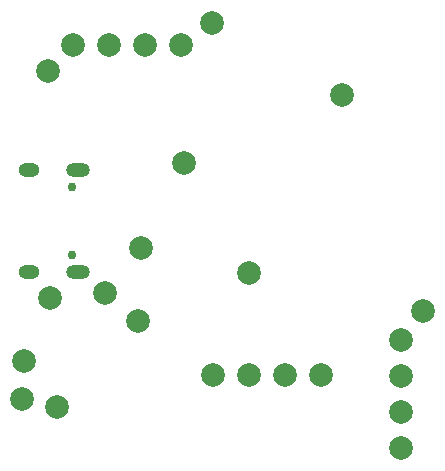
<source format=gbs>
%TF.GenerationSoftware,KiCad,Pcbnew,8.0.5*%
%TF.CreationDate,2024-11-10T02:34:48-05:00*%
%TF.ProjectId,swarm-pcb,73776172-6d2d-4706-9362-2e6b69636164,rev?*%
%TF.SameCoordinates,Original*%
%TF.FileFunction,Soldermask,Bot*%
%TF.FilePolarity,Negative*%
%FSLAX46Y46*%
G04 Gerber Fmt 4.6, Leading zero omitted, Abs format (unit mm)*
G04 Created by KiCad (PCBNEW 8.0.5) date 2024-11-10 02:34:48*
%MOMM*%
%LPD*%
G01*
G04 APERTURE LIST*
%ADD10C,2.000000*%
%ADD11C,0.750013*%
%ADD12O,2.000000X1.200000*%
%ADD13O,1.800000X1.200000*%
G04 APERTURE END LIST*
D10*
%TO.C,TP307*%
X75150000Y-132250000D03*
%TD*%
%TO.C,TP209*%
X75450000Y-111250000D03*
%TD*%
%TO.C,TP210*%
X72399999Y-111250000D03*
%TD*%
%TO.C,TP202*%
X100200000Y-136250000D03*
%TD*%
%TO.C,TP214*%
X81850000Y-121250000D03*
%TD*%
%TO.C,TP102*%
X102050000Y-133800000D03*
%TD*%
%TO.C,TP201*%
X100200000Y-139300000D03*
%TD*%
%TO.C,TP212*%
X78500000Y-111250000D03*
%TD*%
%TO.C,TP304*%
X68150000Y-141250000D03*
%TD*%
%TO.C,TP301*%
X87350000Y-130600000D03*
%TD*%
%TO.C,TP305*%
X68250000Y-138050000D03*
%TD*%
%TO.C,TP213*%
X70300000Y-113450000D03*
%TD*%
D11*
%TO.C,U101*%
X72354121Y-123300076D03*
X72354121Y-129099924D03*
D12*
X72854248Y-121874879D03*
X72854248Y-130525121D03*
D13*
X68674416Y-130525121D03*
X68674416Y-121874879D03*
%TD*%
D10*
%TO.C,TP206*%
X90350000Y-139250000D03*
%TD*%
%TO.C,TP211*%
X81550000Y-111300000D03*
%TD*%
%TO.C,TP208*%
X84300000Y-139250000D03*
%TD*%
%TO.C,TP303*%
X71100000Y-141900000D03*
%TD*%
%TO.C,TP203*%
X100200000Y-145400000D03*
%TD*%
%TO.C,TP207*%
X87350000Y-139250000D03*
%TD*%
%TO.C,TP205*%
X93400000Y-139250000D03*
%TD*%
%TO.C,TP302*%
X77900000Y-134650000D03*
%TD*%
%TO.C,TP306*%
X78150000Y-128500000D03*
%TD*%
%TO.C,TP204*%
X100200000Y-142350001D03*
%TD*%
%TO.C,TP103*%
X95200000Y-115550000D03*
%TD*%
%TO.C,TP101*%
X70500000Y-132700000D03*
%TD*%
%TO.C,TP104*%
X84200000Y-109400000D03*
%TD*%
M02*

</source>
